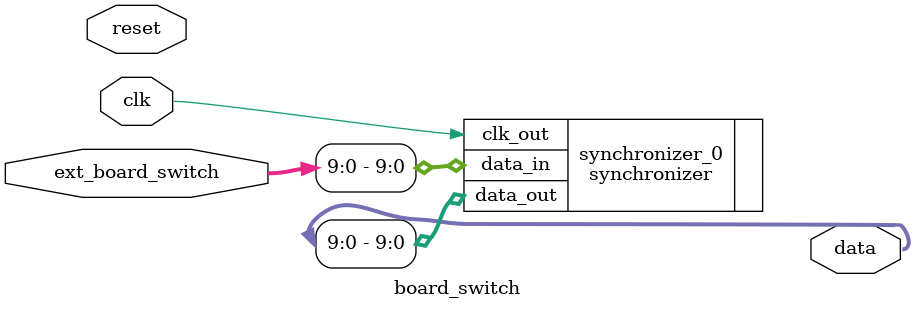
<source format=v>
/*
  Copyright (c) 2015, miya
  All rights reserved.

  Redistribution and use in source and binary forms, with or without modification, are permitted provided that the following conditions are met:

  1. Redistributions of source code must retain the above copyright notice, this list of conditions and the following disclaimer.

  2. Redistributions in binary form must reproduce the above copyright notice, this list of conditions and the following disclaimer in the documentation and/or other materials provided with the distribution.
 
  THIS SOFTWARE IS PROVIDED BY THE COPYRIGHT HOLDERS AND CONTRIBUTORS "AS IS" AND ANY EXPRESS OR IMPLIED WARRANTIES, INCLUDING, BUT NOT LIMITED TO, THE IMPLIED WARRANTIES OF MERCHANTABILITY AND FITNESS FOR A PARTICULAR PURPOSE ARE DISCLAIMED.
  IN NO EVENT SHALL THE COPYRIGHT OWNER OR CONTRIBUTORS BE LIABLE FOR ANY DIRECT, INDIRECT, INCIDENTAL, SPECIAL, EXEMPLARY, OR CONSEQUENTIAL DAMAGES (INCLUDING, BUT NOT LIMITED TO,
  PROCUREMENT OF SUBSTITUTE GOODS OR SERVICES; LOSS OF USE, DATA, OR PROFITS; OR BUSINESS INTERRUPTION) HOWEVER CAUSED AND ON ANY THEORY OF LIABILITY, WHETHER IN CONTRACT, STRICT LIABILITY, OR TORT (INCLUDING NEGLIGENCE OR OTHERWISE) ARISING IN ANY WAY OUT OF THE USE OF THIS SOFTWARE, EVEN IF ADVISED OF THE POSSIBILITY OF SUCH DAMAGE.
*/

module board_switch
  #(
    parameter DATA_WIDTH = 16,
    parameter SWITCH_WIDTH = 10
    )
  (
   input                clk,
   input                reset,
   output signed [DATA_WIDTH-1:0] data,
   input signed [DATA_WIDTH-1:0]  ext_board_switch
   );

  synchronizer
    #(
      .DATA_WIDTH (SWITCH_WIDTH)
      )
  synchronizer_0
    (
     .clk_out (clk),
     .data_in (ext_board_switch[SWITCH_WIDTH-1:0]),
     .data_out (data[SWITCH_WIDTH-1:0])
     );

endmodule

</source>
